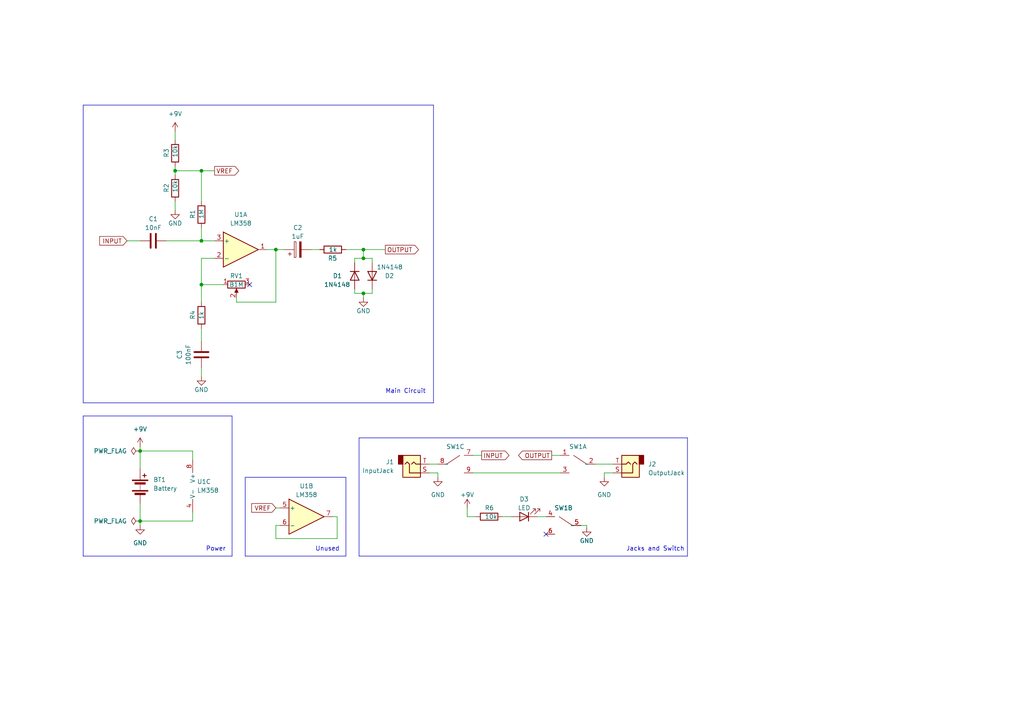
<source format=kicad_sch>
(kicad_sch (version 20230121) (generator eeschema)
  (paper "A4")
  (title_block (title "Overdrive") (date "2024-02-10") (rev "v1.1") (company "Ohmify"))
  (lib_symbols
    (symbol "Amplifier_Operational:LM358" (pin_names (offset 0.127))
      (property "Reference" "U" (at 0 5.08 0))
      (property "Value" "LM358" (at 0 -5.08 0))
      (symbol "LM358_1_1"
        (polyline (pts (xy -5.08 5.08) (xy 5.08 0) (xy -5.08 -5.08) (xy -5.08 5.08)) (stroke (width 0.254)) (fill (type background)))
        (pin output line (at 7.62 0 180) (length 2.54) (name "~") (number "1"))
        (pin input line (at -7.62 -2.54 0) (length 2.54) (name "-") (number "2"))
        (pin input line (at -7.62 2.54 0) (length 2.54) (name "+") (number "3"))
      )
      (symbol "LM358_2_1"
        (polyline (pts (xy -5.08 5.08) (xy 5.08 0) (xy -5.08 -5.08) (xy -5.08 5.08)) (stroke (width 0.254)) (fill (type background)))
        (pin input line (at -7.62 2.54 0) (length 2.54) (name "+") (number "5"))
        (pin input line (at -7.62 -2.54 0) (length 2.54) (name "-") (number "6"))
        (pin output line (at 7.62 0 180) (length 2.54) (name "~") (number "7"))
      )
      (symbol "LM358_3_1"
        (pin power_in line (at -2.54 -7.62 90) (length 3.81) (name "V-") (number "4"))
        (pin power_in line (at -2.54 7.62 270) (length 3.81) (name "V+") (number "8"))
      )
    )
    (symbol "Connector_Audio:AudioJack2"
      (property "Reference" "J" (at 0 8.89 0))
      (property "Value" "AudioJack2" (at 0 6.35 0))
      (symbol "AudioJack2_0_1"
        (rectangle (start -3.81 0) (end -2.54 -2.54) (stroke (width 0.254)) (fill (type outline)))
        (rectangle (start -2.54 3.81) (end 2.54 -2.54) (stroke (width 0.254)) (fill (type background)))
        (polyline (pts (xy 0 0) (xy 0.635 -0.635) (xy 1.27 0) (xy 2.54 0)) (stroke (width 0.254)))
        (polyline (pts (xy 2.54 2.54) (xy -0.635 2.54) (xy -0.635 0) (xy -1.27 -0.635) (xy -1.905 0)) (stroke (width 0.254)))
      )
      (symbol "AudioJack2_1_1"
        (pin passive line (at 5.08 2.54 180) (length 2.54) (name "~") (number "S"))
        (pin passive line (at 5.08 0 180) (length 2.54) (name "~") (number "T"))
      )
    )
    (symbol "Device:Battery" (pin_numbers hide) (pin_names (offset 0) hide)
      (property "Reference" "BT" (at 2.54 2.54 0))
      (property "Value" "Battery" (at 2.54 0 0))
      (symbol "Battery_0_1"
        (rectangle (start -2.286 -1.27) (end 2.286 -1.524) (fill (type outline)))
        (rectangle (start -2.286 1.778) (end 2.286 1.524) (fill (type outline)))
        (rectangle (start -1.524 -2.032) (end 1.524 -2.54) (fill (type outline)))
        (rectangle (start -1.524 1.016) (end 1.524 0.508) (fill (type outline)))
        (polyline (pts (xy 0 -1.016) (xy 0 -0.762)))
        (polyline (pts (xy 0 -0.508) (xy 0 -0.254)))
        (polyline (pts (xy 0 0) (xy 0 0.254)))
        (polyline (pts (xy 0 1.778) (xy 0 2.54)))
        (polyline (pts (xy 0.762 3.048) (xy 1.778 3.048)) (stroke (width 0.254)))
        (polyline (pts (xy 1.27 3.556) (xy 1.27 2.54)) (stroke (width 0.254)))
      )
      (symbol "Battery_1_1"
        (pin passive line (at 0 5.08 270) (length 2.54) (name "+") (number "1"))
        (pin passive line (at 0 -5.08 90) (length 2.54) (name "-") (number "2"))
      )
    )
    (symbol "Device:C" (pin_numbers hide) (pin_names (offset 0.254))
      (property "Reference" "C" (at 0.635 2.54 0))
      (property "Value" "C" (at 0.635 -2.54 0))
      (symbol "C_0_1"
        (polyline (pts (xy -2.032 -0.762) (xy 2.032 -0.762)) (stroke (width 0.508)))
        (polyline (pts (xy -2.032 0.762) (xy 2.032 0.762)) (stroke (width 0.508)))
      )
      (symbol "C_1_1"
        (pin passive line (at 0 3.81 270) (length 2.794) (name "~") (number "1"))
        (pin passive line (at 0 -3.81 90) (length 2.794) (name "~") (number "2"))
      )
    )
    (symbol "Device:C_Polarized" (pin_numbers hide) (pin_names (offset 0.254))
      (property "Reference" "C" (at 0.635 2.54 0))
      (property "Value" "C_Polarized" (at 0.635 -2.54 0))
      (symbol "C_Polarized_0_1"
        (rectangle (start -2.286 0.508) (end 2.286 1.016))
        (polyline (pts (xy -1.778 2.286) (xy -0.762 2.286)))
        (polyline (pts (xy -1.27 2.794) (xy -1.27 1.778)))
        (rectangle (start 2.286 -0.508) (end -2.286 -1.016) (fill (type outline)))
      )
      (symbol "C_Polarized_1_1"
        (pin passive line (at 0 3.81 270) (length 2.794) (name "~") (number "1"))
        (pin passive line (at 0 -3.81 90) (length 2.794) (name "~") (number "2"))
      )
    )
    (symbol "Device:LED" (pin_numbers hide) (pin_names (offset 1.016) hide)
      (property "Reference" "D" (at 0 2.54 0))
      (property "Value" "LED" (at 0 -2.54 0))
      (symbol "LED_0_1"
        (polyline (pts (xy -1.27 -1.27) (xy -1.27 1.27)) (stroke (width 0.254)))
        (polyline (pts (xy -1.27 0) (xy 1.27 0)))
        (polyline (pts (xy 1.27 -1.27) (xy 1.27 1.27) (xy -1.27 0) (xy 1.27 -1.27)) (stroke (width 0.254)))
        (polyline (pts (xy -3.048 -0.762) (xy -4.572 -2.286) (xy -3.81 -2.286) (xy -4.572 -2.286) (xy -4.572 -1.524)))
        (polyline (pts (xy -1.778 -0.762) (xy -3.302 -2.286) (xy -2.54 -2.286) (xy -3.302 -2.286) (xy -3.302 -1.524)))
      )
      (symbol "LED_1_1"
        (pin passive line (at -3.81 0 0) (length 2.54) (name "K") (number "1"))
        (pin passive line (at 3.81 0 180) (length 2.54) (name "A") (number "2"))
      )
    )
    (symbol "Device:R" (pin_numbers hide) (pin_names (offset 0))
      (property "Reference" "R" (at 2.032 0 90))
      (property "Value" "R" (at 0 0 90))
      (symbol "R_0_1"
        (rectangle (start -1.016 -2.54) (end 1.016 2.54) (stroke (width 0.254)))
      )
      (symbol "R_1_1"
        (pin passive line (at 0 3.81 270) (length 1.27) (name "~") (number "1"))
        (pin passive line (at 0 -3.81 90) (length 1.27) (name "~") (number "2"))
      )
    )
    (symbol "Device:R_Potentiometer" (pin_names (offset 1.016) hide)
      (property "Reference" "RV" (at -4.445 0 90))
      (property "Value" "R_Potentiometer" (at -2.54 0 90))
      (symbol "R_Potentiometer_0_1"
        (polyline (pts (xy 2.54 0) (xy 1.524 0)))
        (polyline (pts (xy 1.143 0) (xy 2.286 0.508) (xy 2.286 -0.508) (xy 1.143 0)) (fill (type outline)))
        (rectangle (start 1.016 2.54) (end -1.016 -2.54) (stroke (width 0.254)))
      )
      (symbol "R_Potentiometer_1_1"
        (pin passive line (at 0 3.81 270) (length 1.27) (name "1") (number "1"))
        (pin passive line (at 3.81 0 180) (length 1.27) (name "2") (number "2"))
        (pin passive line (at 0 -3.81 90) (length 1.27) (name "3") (number "3"))
      )
    )
    (symbol "Diode:1N4148" (pin_numbers hide) (pin_names hide)
      (property "Reference" "D" (at 0 2.54 0))
      (property "Value" "1N4148" (at 0 -2.54 0))
      (symbol "1N4148_0_1"
        (polyline (pts (xy -1.27 1.27) (xy -1.27 -1.27)) (stroke (width 0.254)))
        (polyline (pts (xy 1.27 0) (xy -1.27 0)))
        (polyline (pts (xy 1.27 1.27) (xy 1.27 -1.27) (xy -1.27 0) (xy 1.27 1.27)) (stroke (width 0.254)))
      )
      (symbol "1N4148_1_1"
        (pin passive line (at -3.81 0 0) (length 2.54) (name "K") (number "1"))
        (pin passive line (at 3.81 0 180) (length 2.54) (name "A") (number "2"))
      )
    )
    (symbol "Switch_3PDT_1"
      (property "Reference" "SW" (at 3.81 5.08 0))
      (symbol "Switch_3PDT_1_0_1"
        (polyline (pts (xy 0 0) (xy 3.81 2.54)))
      )
      (symbol "Switch_3PDT_1_1_1"
        (pin free line (at 7.62 2.54 180) (length 2.54) (name "") (number "1"))
        (pin free line (at -2.54 0 0) (length 2.54) (name "") (number "2"))
        (pin free line (at 7.62 -2.54 180) (length 2.54) (name "") (number "3"))
      )
      (symbol "Switch_3PDT_1_2_1"
        (pin free line (at 7.62 2.54 180) (length 2.54) (name "") (number "4"))
        (pin free line (at -2.54 0 0) (length 2.54) (name "") (number "5"))
        (pin free line (at 7.62 -2.54 180) (length 2.54) (name "") (number "6"))
      )
      (symbol "Switch_3PDT_1_3_1"
        (pin free line (at 7.62 2.54 180) (length 2.54) (name "") (number "7"))
        (pin free line (at -2.54 0 0) (length 2.54) (name "") (number "8"))
        (pin free line (at 7.62 -2.54 180) (length 2.54) (name "") (number "9"))
      )
    )
    (symbol "Switch_3PDT_2"
      (property "Reference" "SW" (at 3.81 5.08 0))
      (symbol "Switch_3PDT_2_0_1"
        (polyline (pts (xy 0 0) (xy 3.81 2.54)))
      )
      (symbol "Switch_3PDT_2_1_1"
        (pin free line (at 7.62 2.54 180) (length 2.54) (name "") (number "1"))
        (pin free line (at -2.54 0 0) (length 2.54) (name "") (number "2"))
        (pin free line (at 7.62 -2.54 180) (length 2.54) (name "") (number "3"))
      )
      (symbol "Switch_3PDT_2_2_1"
        (pin free line (at 7.62 2.54 180) (length 2.54) (name "") (number "4"))
        (pin free line (at -2.54 0 0) (length 2.54) (name "") (number "5"))
        (pin free line (at 7.62 -2.54 180) (length 2.54) (name "") (number "6"))
      )
      (symbol "Switch_3PDT_2_3_1"
        (pin free line (at 7.62 2.54 180) (length 2.54) (name "") (number "7"))
        (pin free line (at -2.54 0 0) (length 2.54) (name "") (number "8"))
        (pin free line (at 7.62 -2.54 180) (length 2.54) (name "") (number "9"))
      )
    )
    (symbol "ohmify-switches:Switch_3PDT"
      (property "Reference" "SW" (at 3.81 5.08 0))
      (symbol "Switch_3PDT_0_1"
        (polyline (pts (xy 0 0) (xy 3.81 2.54)))
      )
      (symbol "Switch_3PDT_1_1"
        (pin free line (at 7.62 2.54 180) (length 2.54) (name "") (number "1"))
        (pin free line (at -2.54 0 0) (length 2.54) (name "") (number "2"))
        (pin free line (at 7.62 -2.54 180) (length 2.54) (name "") (number "3"))
      )
      (symbol "Switch_3PDT_2_1"
        (pin free line (at 7.62 2.54 180) (length 2.54) (name "") (number "4"))
        (pin free line (at -2.54 0 0) (length 2.54) (name "") (number "5"))
        (pin free line (at 7.62 -2.54 180) (length 2.54) (name "") (number "6"))
      )
      (symbol "Switch_3PDT_3_1"
        (pin free line (at 7.62 2.54 180) (length 2.54) (name "") (number "7"))
        (pin free line (at -2.54 0 0) (length 2.54) (name "") (number "8"))
        (pin free line (at 7.62 -2.54 180) (length 2.54) (name "") (number "9"))
      )
    )
    (symbol "power:+9V" (power) (pin_names (offset 0))
      (property "Value" "+9V" (at 0 3.556 0))
      (symbol "+9V_0_1"
        (polyline (pts (xy -0.762 1.27) (xy 0 2.54)))
        (polyline (pts (xy 0 0) (xy 0 2.54)))
        (polyline (pts (xy 0 2.54) (xy 0.762 1.27)))
      )
      (symbol "+9V_1_1"
        (pin power_in line (at 0 0 90) (length 0) hide (name "+9V") (number "1"))
      )
    )
    (symbol "power:GND" (power) (pin_names (offset 0))
      (property "Value" "GND" (at 0 -3.81 0))
      (symbol "GND_0_1"
        (polyline (pts (xy 0 0) (xy 0 -1.27) (xy 1.27 -1.27) (xy 0 -2.54) (xy -1.27 -1.27) (xy 0 -1.27)))
      )
      (symbol "GND_1_1"
        (pin power_in line (at 0 0 270) (length 0) hide (name "GND") (number "1"))
      )
    )
    (symbol "power:PWR_FLAG" (power) (pin_numbers hide) (pin_names (offset 0) hide)
      (property "Value" "PWR_FLAG" (at 0 3.81 0))
      (symbol "PWR_FLAG_0_0"
        (pin power_out line (at 0 0 90) (length 0) (name "pwr") (number "1"))
      )
      (symbol "PWR_FLAG_0_1"
        (polyline (pts (xy 0 0) (xy 0 1.27) (xy -1.016 1.905) (xy 0 2.54) (xy 1.016 1.905) (xy 0 1.27)))
      )
    )
  )
  (junction (at 105.41 72.39))
  (junction (at 58.42 82.55))
  (junction (at 58.42 49.53))
  (junction (at 40.64 130.81))
  (junction (at 58.42 69.85))
  (junction (at 50.8 49.53))
  (junction (at 105.41 74.93))
  (junction (at 80.01 72.39))
  (junction (at 40.64 151.13))
  (junction (at 105.41 85.09))
  (no_connect (at 72.39 82.55))
  (no_connect (at 158.369 154.94))
  (wire (pts (xy 40.64 146.05) (xy 40.64 151.13)))
  (polyline (pts (xy 100.33 161.29) (xy 100.33 138.43)))
  (wire (pts (xy 55.88 151.13) (xy 55.88 148.59)))
  (polyline (pts (xy 67.31 161.29) (xy 24.13 161.29)))
  (wire (pts (xy 68.58 87.63) (xy 68.58 86.36)))
  (wire (pts (xy 50.8 49.53) (xy 58.42 49.53)))
  (wire (pts (xy 58.42 82.55) (xy 58.42 74.93)))
  (wire (pts (xy 58.42 106.68) (xy 58.42 109.22)))
  (wire (pts (xy 64.77 82.55) (xy 58.42 82.55)))
  (wire (pts (xy 102.87 74.93) (xy 102.87 76.2)))
  (wire (pts (xy 137.16 132.08) (xy 139.7 132.08)))
  (wire (pts (xy 40.64 129.54) (xy 40.64 130.81)))
  (wire (pts (xy 135.509 149.86) (xy 138.049 149.86)))
  (wire (pts (xy 40.64 151.13) (xy 55.88 151.13)))
  (wire (pts (xy 145.669 149.86) (xy 148.209 149.86)))
  (polyline (pts (xy 125.73 30.48) (xy 125.73 116.84)))
  (polyline (pts (xy 199.39 127) (xy 199.39 161.29)))
  (wire (pts (xy 81.28 152.4) (xy 80.01 152.4)))
  (wire (pts (xy 175.26 137.16) (xy 177.8 137.16)))
  (polyline (pts (xy 71.12 138.43) (xy 71.12 161.29)))
  (wire (pts (xy 58.42 74.93) (xy 62.23 74.93)))
  (polyline (pts (xy 71.12 138.43) (xy 100.33 138.43)))
  (polyline (pts (xy 24.13 120.65) (xy 24.13 161.29)))
  (wire (pts (xy 80.01 87.63) (xy 68.58 87.63)))
  (wire (pts (xy 175.26 138.43) (xy 175.26 137.16)))
  (wire (pts (xy 105.41 85.09) (xy 105.41 86.36)))
  (wire (pts (xy 40.64 151.13) (xy 40.64 152.4)))
  (wire (pts (xy 135.509 147.32) (xy 135.509 149.86)))
  (wire (pts (xy 105.41 85.09) (xy 107.95 85.09)))
  (polyline (pts (xy 104.14 127) (xy 104.14 161.29)))
  (wire (pts (xy 107.95 85.09) (xy 107.95 83.82)))
  (polyline (pts (xy 199.39 161.29) (xy 104.14 161.29)))
  (wire (pts (xy 80.01 147.32) (xy 81.28 147.32)))
  (wire (pts (xy 50.8 48.26) (xy 50.8 49.53)))
  (wire (pts (xy 80.01 152.4) (xy 80.01 156.21)))
  (polyline (pts (xy 67.31 120.65) (xy 67.31 161.29)))
  (wire (pts (xy 102.87 85.09) (xy 105.41 85.09)))
  (wire (pts (xy 50.8 58.42) (xy 50.8 60.96)))
  (wire (pts (xy 124.46 134.62) (xy 127 134.62)))
  (wire (pts (xy 137.16 137.16) (xy 162.56 137.16)))
  (polyline (pts (xy 24.13 120.65) (xy 67.31 120.65)))
  (wire (pts (xy 90.17 72.39) (xy 92.71 72.39)))
  (wire (pts (xy 50.8 49.53) (xy 50.8 50.8)))
  (wire (pts (xy 107.95 74.93) (xy 107.95 76.2)))
  (wire (pts (xy 58.42 82.55) (xy 58.42 87.63)))
  (wire (pts (xy 58.42 49.53) (xy 58.42 58.42)))
  (wire (pts (xy 55.88 130.81) (xy 55.88 133.35)))
  (wire (pts (xy 48.26 69.85) (xy 58.42 69.85)))
  (polyline (pts (xy 125.73 116.84) (xy 24.13 116.84)))
  (wire (pts (xy 170.18 152.4) (xy 168.529 152.4)))
  (wire (pts (xy 36.83 69.85) (xy 40.64 69.85)))
  (wire (pts (xy 160.02 132.08) (xy 162.56 132.08)))
  (wire (pts (xy 97.79 149.86) (xy 96.52 149.86)))
  (wire (pts (xy 97.79 156.21) (xy 97.79 149.86)))
  (wire (pts (xy 105.41 74.93) (xy 107.95 74.93)))
  (polyline (pts (xy 24.13 30.48) (xy 125.73 30.48)))
  (wire (pts (xy 58.42 49.53) (xy 62.23 49.53)))
  (wire (pts (xy 80.01 72.39) (xy 82.55 72.39)))
  (wire (pts (xy 102.87 83.82) (xy 102.87 85.09)))
  (wire (pts (xy 58.42 95.25) (xy 58.42 99.06)))
  (wire (pts (xy 40.64 130.81) (xy 40.64 135.89)))
  (wire (pts (xy 58.42 69.85) (xy 62.23 69.85)))
  (polyline (pts (xy 104.14 127) (xy 199.39 127)))
  (wire (pts (xy 100.33 72.39) (xy 105.41 72.39)))
  (polyline (pts (xy 24.13 30.48) (xy 24.13 116.84)))
  (wire (pts (xy 172.72 134.62) (xy 177.8 134.62)))
  (wire (pts (xy 127 137.16) (xy 124.46 137.16)))
  (wire (pts (xy 105.41 72.39) (xy 105.41 74.93)))
  (wire (pts (xy 155.829 149.86) (xy 158.369 149.86)))
  (wire (pts (xy 127 138.43) (xy 127 137.16)))
  (polyline (pts (xy 71.12 161.29) (xy 100.33 161.29)))
  (wire (pts (xy 40.64 130.81) (xy 55.88 130.81)))
  (wire (pts (xy 105.41 74.93) (xy 102.87 74.93)))
  (wire (pts (xy 105.41 72.39) (xy 111.76 72.39)))
  (wire (pts (xy 80.01 156.21) (xy 97.79 156.21)))
  (wire (pts (xy 50.8 38.1) (xy 50.8 40.64)))
  (wire (pts (xy 58.42 66.04) (xy 58.42 69.85)))
  (wire (pts (xy 170.18 153.035) (xy 170.18 152.4)))
  (wire (pts (xy 80.01 72.39) (xy 80.01 87.63)))
  (wire (pts (xy 77.47 72.39) (xy 80.01 72.39)))
  (text "Unused\n" (at 91.44 160.02 0) (effects (font (size 1.27 1.27)) (justify left bottom)))
  (text "Power" (at 59.69 160.02 0) (effects (font (size 1.27 1.27)) (justify left bottom)))
  (text "Jacks and Switch" (at 181.61 160.02 0) (effects (font (size 1.27 1.27)) (justify left bottom)))
  (text "Main Circuit" (at 111.76 114.3 0) (effects (font (size 1.27 1.27)) (justify left bottom)))
  (global_label "VREF" (shape input) (at 80.01 147.32 180) (property "Intersheetrefs" "${INTERSHEET_REFS}" (effects hide)))
  (global_label "INPUT" (shape input) (at 36.83 69.85 180) (property "Intersheetrefs" "${INTERSHEET_REFS}" (effects hide)))
  (global_label "OUTPUT" (shape output) (at 160.02 132.08 180) (property "Intersheetrefs" "${INTERSHEET_REFS}" (effects hide)))
  (global_label "INPUT" (shape output) (at 139.7 132.08 0) (property "Intersheetrefs" "${INTERSHEET_REFS}" (effects hide)))
  (global_label "OUTPUT" (shape output) (at 111.76 72.39 0) (property "Intersheetrefs" "${INTERSHEET_REFS}" (effects hide)))
  (global_label "VREF" (shape output) (at 62.23 49.53 0) (property "Intersheetrefs" "${INTERSHEET_REFS}" (effects hide)))
  (symbol (lib_id "Device:C") (at 44.45 69.85 90) (unit 1)
    (property "Reference" "C1" (at 44.45 63.5 90))
    (property "Value" "10nF" (at 44.45 66.04 90))
    (property "Footprint" "Capacitor_THT:C_Rect_L7.0mm_W3.5mm_P5.00mm" (effects hide))
  )
  (symbol (lib_id "power:GND") (at 175.26 138.43 0) (unit 1)
    (property "Reference" "#PWR09" (effects hide))
    (property "Value" "GND" (at 175.26 143.51 0))
  )
  (symbol (lib_id "power:GND") (at 40.64 152.4 0) (unit 1)
    (property "Reference" "#PWR02" (effects hide))
    (property "Value" "GND" (at 40.64 157.48 0))
  )
  (symbol (lib_id "Device:LED") (at 152.019 149.86 180) (unit 1)
    (property "Reference" "D3" (at 152.019 144.78 0))
    (property "Value" "LED" (at 152.019 147.32 0))
    (property "Footprint" "LED_THT:LED_D5.0mm" (effects hide))
  )
  (symbol (lib_id "Diode:1N4148") (at 107.95 80.01 90) (unit 1)
    (property "Reference" "D2" (at 114.3 80.01 90) (effects (justify left)))
    (property "Value" "1N4148" (at 116.84 77.47 90) (effects (justify left)))
    (property "Footprint" "Diode_THT:D_DO-35_SOD27_P7.62mm_Horizontal" (effects hide))
    (property "Datasheet" "https://assets.nexperia.com/documents/data-sheet/1N4148_1N4448.pdf" (effects hide))
    (property "Sim.Device" "D" (effects hide))
    (property "Sim.Pins" "1=K 2=A" (effects hide))
  )
  (symbol (lib_id "Device:R_Potentiometer") (at 68.58 82.55 90) (mirror x) (unit 1)
    (property "Reference" "RV1" (at 68.58 80.01 90))
    (property "Value" "B1M" (at 68.58 82.55 90))
    (property "Footprint" "Connector_Wire:SolderWire-0.5sqmm_1x03_P4.6mm_D0.9mm_OD2.1mm" (effects hide))
  )
  (symbol (lib_id "Amplifier_Operational:LM358") (at 88.9 149.86 0) (unit 2)
    (property "Reference" "U1" (at 88.9 140.97 0))
    (property "Value" "LM358" (at 88.9 143.51 0))
    (property "Footprint" "Package_DIP:DIP-8_W7.62mm" (effects hide))
    (property "Datasheet" "http://www.ti.com/lit/ds/symlink/lm2904-n.pdf" (effects hide))
  )
  (symbol (lib_id "power:+9V") (at 135.509 147.32 0) (unit 1)
    (property "Reference" "#PWR07" (effects hide))
    (property "Value" "+9V" (at 135.509 143.51 0))
  )
  (symbol (lib_id "Diode:1N4148") (at 102.87 80.01 270) (unit 1)
    (property "Reference" "D1" (at 96.52 80.01 90) (effects (justify left)))
    (property "Value" "1N4148" (at 93.98 82.55 90) (effects (justify left)))
    (property "Footprint" "Diode_THT:D_DO-35_SOD27_P7.62mm_Horizontal" (effects hide))
    (property "Datasheet" "https://assets.nexperia.com/documents/data-sheet/1N4148_1N4448.pdf" (effects hide))
    (property "Sim.Device" "D" (effects hide))
    (property "Sim.Pins" "1=K 2=A" (effects hide))
  )
  (symbol (lib_id "Device:R") (at 58.42 91.44 0) (unit 1)
    (property "Reference" "R4" (at 55.88 92.71 90) (effects (justify left)))
    (property "Value" "1k" (at 58.42 92.71 90) (effects (justify left)))
    (property "Footprint" "Resistor_THT:R_Axial_DIN0207_L6.3mm_D2.5mm_P7.62mm_Horizontal" (effects hide))
  )
  (symbol (lib_id "power:GND") (at 170.18 153.035 0) (unit 1)
    (property "Reference" "#PWR08" (effects hide))
    (property "Value" "GND" (at 170.18 156.845 0))
  )
  (symbol (lib_id "Device:R") (at 50.8 44.45 0) (unit 1)
    (property "Reference" "R3" (at 48.26 45.72 90) (effects (justify left)))
    (property "Value" "10k" (at 50.8 45.72 90) (effects (justify left)))
    (property "Footprint" "Resistor_THT:R_Axial_DIN0207_L6.3mm_D2.5mm_P7.62mm_Horizontal" (effects hide))
  )
  (symbol (lib_id "power:GND") (at 105.41 86.36 0) (unit 1)
    (property "Reference" "#PWR06" (effects hide))
    (property "Value" "GND" (at 105.41 90.17 0))
  )
  (symbol (lib_id "Amplifier_Operational:LM358") (at 69.85 72.39 0) (unit 1)
    (property "Reference" "U1" (at 69.85 62.23 0))
    (property "Value" "LM358" (at 69.85 64.77 0))
    (property "Footprint" "Package_DIP:DIP-8_W7.62mm" (effects hide))
    (property "Datasheet" "http://www.ti.com/lit/ds/symlink/lm2904-n.pdf" (effects hide))
  )
  (symbol (lib_name "Switch_3PDT_1") (lib_id "ohmify-switches:Switch_3PDT") (at 129.54 134.62 0) (unit 3)
    (property "Reference" "SW1" (at 132.08 129.54 0))
    (property "Value" "~" (at 129.54 134.62 0))
    (property "Footprint" "Ohmify_Switches:Switch_3PDT" (effects hide))
  )
  (symbol (lib_id "Connector_Audio:AudioJack2") (at 182.88 134.62 180) (unit 1)
    (property "Reference" "J2" (at 187.96 134.62 0) (effects (justify right)))
    (property "Value" "OutputJack" (at 187.96 137.16 0) (effects (justify right)))
    (property "Footprint" "Connector_Wire:SolderWire-0.5sqmm_1x02_P4.6mm_D0.9mm_OD2.1mm" (effects hide))
  )
  (symbol (lib_id "Device:R") (at 58.42 62.23 0) (unit 1)
    (property "Reference" "R1" (at 55.88 63.5 90) (effects (justify left)))
    (property "Value" "1M" (at 58.42 63.5 90) (effects (justify left)))
    (property "Footprint" "Resistor_THT:R_Axial_DIN0207_L6.3mm_D2.5mm_P7.62mm_Horizontal" (effects hide))
  )
  (symbol (lib_id "power:GND") (at 127 138.43 0) (unit 1)
    (property "Reference" "#PWR010" (effects hide))
    (property "Value" "GND" (at 127 143.51 0))
  )
  (symbol (lib_id "Amplifier_Operational:LM358") (at 58.42 140.97 0) (unit 3)
    (property "Reference" "U1" (at 57.15 139.7 0) (effects (justify left)))
    (property "Value" "LM358" (at 57.15 142.24 0) (effects (justify left)))
    (property "Footprint" "Package_DIP:DIP-8_W7.62mm" (effects hide))
    (property "Datasheet" "http://www.ti.com/lit/ds/symlink/lm2904-n.pdf" (effects hide))
  )
  (symbol (lib_id "power:+9V") (at 50.8 38.1 0) (unit 1)
    (property "Reference" "#PWR04" (effects hide))
    (property "Value" "+9V" (at 50.8 33.02 0))
  )
  (symbol (lib_id "ohmify-switches:Switch_3PDT") (at 165.989 152.4 0) (mirror y) (unit 2)
    (property "Reference" "SW1" (at 163.449 147.32 0))
    (property "Value" "~" (at 165.989 152.4 0))
    (property "Footprint" "Ohmify_Switches:Switch_3PDT" (effects hide))
  )
  (symbol (lib_id "power:PWR_FLAG") (at 40.64 130.81 90) (unit 1)
    (property "Reference" "#FLG01" (effects hide))
    (property "Value" "PWR_FLAG" (at 36.83 130.81 90) (effects (justify left)))
  )
  (symbol (lib_id "Device:R") (at 141.859 149.86 270) (unit 1)
    (property "Reference" "R6" (at 140.589 147.32 90) (effects (justify left)))
    (property "Value" "10k" (at 140.589 149.86 90) (effects (justify left)))
    (property "Footprint" "Resistor_THT:R_Axial_DIN0207_L6.3mm_D2.5mm_P7.62mm_Horizontal" (effects hide))
  )
  (symbol (lib_id "Connector_Audio:AudioJack2") (at 119.38 134.62 0) (mirror x) (unit 1)
    (property "Reference" "J1" (at 114.3 133.985 0) (effects (justify right)))
    (property "Value" "InputJack" (at 114.3 136.525 0) (effects (justify right)))
    (property "Footprint" "Connector_Wire:SolderWire-0.5sqmm_1x02_P4.6mm_D0.9mm_OD2.1mm" (effects hide))
  )
  (symbol (lib_id "power:GND") (at 50.8 60.96 0) (unit 1)
    (property "Reference" "#PWR03" (effects hide))
    (property "Value" "GND" (at 50.8 64.77 0))
  )
  (symbol (lib_id "Device:C") (at 58.42 102.87 180) (unit 1)
    (property "Reference" "C3" (at 52.07 102.87 90))
    (property "Value" "100nF" (at 54.61 102.87 90))
    (property "Footprint" "Capacitor_THT:C_Rect_L7.0mm_W3.5mm_P5.00mm" (effects hide))
  )
  (symbol (lib_id "Device:Battery") (at 40.64 140.97 0) (unit 1)
    (property "Reference" "BT1" (at 44.45 139.1285 0) (effects (justify left)))
    (property "Value" "Battery" (at 44.45 141.6685 0) (effects (justify left)))
    (property "Footprint" "Connector_Wire:SolderWire-0.5sqmm_1x02_P4.6mm_D0.9mm_OD2.1mm" (effects hide))
  )
  (symbol (lib_id "Device:C_Polarized") (at 86.36 72.39 90) (unit 1)
    (property "Reference" "C2" (at 86.36 66.04 90))
    (property "Value" "1uF" (at 86.36 68.58 90))
    (property "Footprint" "Capacitor_THT:C_Radial_D6.3mm_H5.0mm_P2.50mm" (effects hide))
  )
  (symbol (lib_name "Switch_3PDT_2") (lib_id "ohmify-switches:Switch_3PDT") (at 170.18 134.62 0) (mirror y) (unit 1)
    (property "Reference" "SW1" (at 167.64 129.54 0))
    (property "Value" "~" (at 170.18 134.62 0))
    (property "Footprint" "Ohmify_Switches:Switch_3PDT" (effects hide))
  )
  (symbol (lib_id "power:+9V") (at 40.64 129.54 0) (unit 1)
    (property "Reference" "#PWR01" (effects hide))
    (property "Value" "+9V" (at 40.64 124.46 0))
  )
  (symbol (lib_id "Device:R") (at 50.8 54.61 0) (unit 1)
    (property "Reference" "R2" (at 48.26 55.88 90) (effects (justify left)))
    (property "Value" "10k" (at 50.8 55.88 90) (effects (justify left)))
    (property "Footprint" "Resistor_THT:R_Axial_DIN0207_L6.3mm_D2.5mm_P7.62mm_Horizontal" (effects hide))
  )
  (symbol (lib_id "power:GND") (at 58.42 109.22 0) (unit 1)
    (property "Reference" "#PWR05" (effects hide))
    (property "Value" "GND" (at 58.42 113.03 0))
  )
  (symbol (lib_id "Device:R") (at 96.52 72.39 90) (unit 1)
    (property "Reference" "R5" (at 97.79 74.93 90) (effects (justify left)))
    (property "Value" "1k" (at 97.79 72.39 90) (effects (justify left)))
    (property "Footprint" "Resistor_THT:R_Axial_DIN0207_L6.3mm_D2.5mm_P7.62mm_Horizontal" (effects hide))
  )
  (symbol (lib_id "power:PWR_FLAG") (at 40.64 151.13 90) (unit 1)
    (property "Reference" "#FLG02" (effects hide))
    (property "Value" "PWR_FLAG" (at 36.83 151.13 90) (effects (justify left)))
  )
)
</source>
